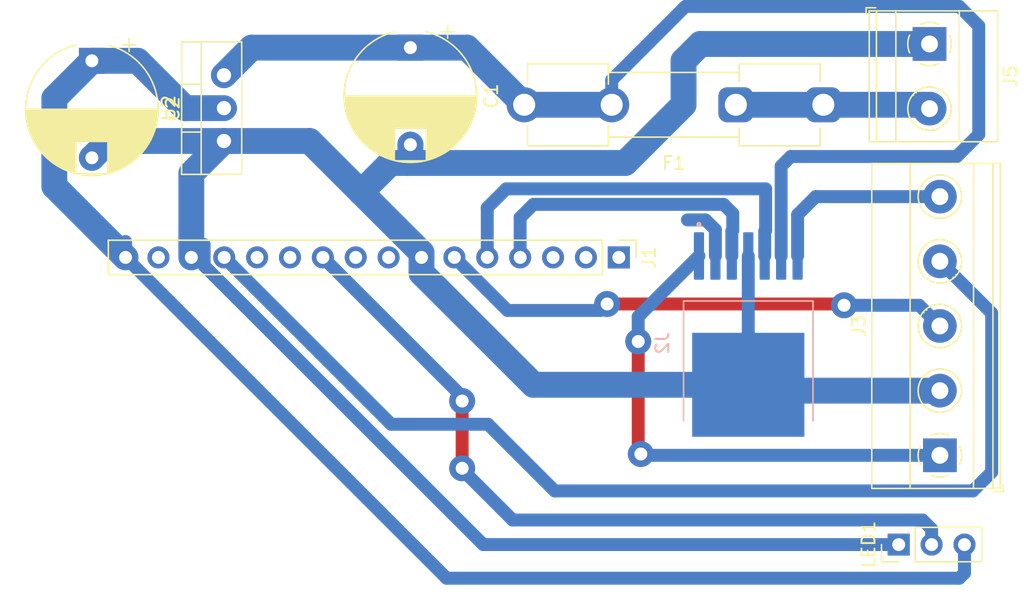
<source format=kicad_pcb>
(kicad_pcb (version 20240108) (generator "pcbnew") (generator_version "8.0")
  (layers (0 "F.Cu" signal) (31 "B.Cu" signal) (34 "B.Paste" user) (35 "F.Paste" user) (36 "B.SilkS" user "B.Silkscreen") (37 "F.SilkS" user "F.Silkscreen") (38 "B.Mask" user) (39 "F.Mask" user) (44 "Edge.Cuts" user))
  (net 0 "")
  (net 1 "Net-(J5-Pin_2)")
  (net 2 "12V")
  (net 3 "IN2")
  (net 6 "IN1")
  (net 10 "GND")
  (net 11 "3V3")
  (net 12 "5V")
  (net 15 "LED")
  (net 17 "POSITION")
  (net 18 "M+")
  (net 19 "FAULT")
  (net 20 "M-")
  (footprint "TerminalBlock_Phoenix:TerminalBlock_Phoenix_MKDS-1,5-2_1x02_P5.00mm_Horizontal" (layer "F.Cu") (at 105.1 15.6 -90)
    (property "Reference" "J5" (at 2.5 -6.26 90) (layer "F.SilkS"))
    (property "Value" "Conn_01x02")
    (pad "1" thru_hole rect (at 0 0 270) (size 2.6 2.6) (drill 1.3) (layers "*.Cu" "*.Mask") (net 10 "GND"))
    (pad "2" thru_hole circle (at 5 0 270) (size 2.6 2.6) (drill 1.3) (layers "*.Cu" "*.Mask") (net 1 "Net-(J5-Pin_2)"))
  )
  (footprint "Connector_PinHeader_2.54mm:PinHeader_1x03_P2.54mm_Vertical" (layer "F.Cu") (at 102.72 54.3 90)
    (property "Reference" "LED1" (at 0 -2.33 270) (layer "F.SilkS"))
    (property "Value" "Conn_01x03")
    (pad "1" thru_hole rect (at 0 0 90) (size 1.7 1.7) (drill 1) (layers "*.Cu" "*.Mask") (net 10 "GND"))
    (pad "2" thru_hole oval (at 0 2.54 90) (size 1.7 1.7) (drill 1) (layers "*.Cu" "*.Mask") (net 15 "LED"))
    (pad "3" thru_hole oval (at 0 5.08 90) (size 1.7 1.7) (drill 1) (layers "*.Cu" "*.Mask") (net 12 "5V"))
  )
  (footprint "Capacitor_THT:CP_Radial_D10.0mm_P7.50mm" (layer "F.Cu") (at 40.4 16.9 -90)
    (property "Reference" "C2" (at 3.75 -6.25 90) (layer "F.SilkS"))
    (property "Value" "C_Polarized")
    (pad "1" thru_hole rect (at 0 0 270) (size 2 2) (drill 1) (layers "*.Cu" "*.Mask") (net 12 "5V"))
    (pad "2" thru_hole circle (at 7.5 0 270) (size 2 2) (drill 1) (layers "*.Cu" "*.Mask") (net 10 "GND"))
  )
  (footprint "Capacitor_THT:CP_Radial_D10.0mm_P7.50mm" (layer "F.Cu") (at 65 15.882323 -90)
    (property "Reference" "C1" (at 3.75 -6.25 90) (layer "F.SilkS"))
    (property "Value" "C_Polarized")
    (pad "1" thru_hole rect (at 0 0 270) (size 2 2) (drill 1) (layers "*.Cu" "*.Mask") (net 2 "12V"))
    (pad "2" thru_hole circle (at 7.5 0 270) (size 2 2) (drill 1) (layers "*.Cu" "*.Mask") (net 10 "GND"))
  )
  (footprint "Connector_PinHeader_2.54mm:PinHeader_1x16_P2.54mm_Vertical" (layer "F.Cu") (at 81.1 32.1 -90)
    (property "Reference" "J1" (at 0 -2.33 90) (layer "F.SilkS"))
    (property "Value" "Conn_01x16")
    (pad "1" thru_hole rect (at 0 0 270) (size 1.7 1.7) (drill 1) (layers "*.Cu" "*.Mask"))
    (pad "2" thru_hole oval (at 0 2.54 270) (size 1.7 1.7) (drill 1) (layers "*.Cu" "*.Mask"))
    (pad "3" thru_hole oval (at 0 5.08 270) (size 1.7 1.7) (drill 1) (layers "*.Cu" "*.Mask"))
    (pad "4" thru_hole oval (at 0 7.62 270) (size 1.7 1.7) (drill 1) (layers "*.Cu" "*.Mask") (net 6 "IN1"))
    (pad "5" thru_hole oval (at 0 10.16 270) (size 1.7 1.7) (drill 1) (layers "*.Cu" "*.Mask") (net 3 "IN2"))
    (pad "6" thru_hole oval (at 0 12.7 270) (size 1.7 1.7) (drill 1) (layers "*.Cu" "*.Mask") (net 17 "POSITION"))
    (pad "7" thru_hole oval (at 0 15.24 270) (size 1.7 1.7) (drill 1) (layers "*.Cu" "*.Mask") (net 10 "GND"))
    (pad "8" thru_hole oval (at 0 17.78 270) (size 1.7 1.7) (drill 1) (layers "*.Cu" "*.Mask"))
    (pad "9" thru_hole oval (at 0 20.32 270) (size 1.7 1.7) (drill 1) (layers "*.Cu" "*.Mask"))
    (pad "10" thru_hole oval (at 0 22.86 270) (size 1.7 1.7) (drill 1) (layers "*.Cu" "*.Mask") (net 15 "LED"))
    (pad "11" thru_hole oval (at 0 25.4 270) (size 1.7 1.7) (drill 1) (layers "*.Cu" "*.Mask"))
    (pad "12" thru_hole oval (at 0 27.94 270) (size 1.7 1.7) (drill 1) (layers "*.Cu" "*.Mask"))
    (pad "13" thru_hole oval (at 0 30.48 270) (size 1.7 1.7) (drill 1) (layers "*.Cu" "*.Mask") (net 11 "3V3"))
    (pad "14" thru_hole oval (at 0 33.02 270) (size 1.7 1.7) (drill 1) (layers "*.Cu" "*.Mask") (net 10 "GND"))
    (pad "15" thru_hole oval (at 0 35.56 270) (size 1.7 1.7) (drill 1) (layers "*.Cu" "*.Mask"))
    (pad "16" thru_hole oval (at 0 38.1 270) (size 1.7 1.7) (drill 1) (layers "*.Cu" "*.Mask") (net 12 "5V"))
  )
  (footprint "Package_TO_SOT_THT:TO-220-3_Vertical" (layer "F.Cu") (at 50.6 23.1 90)
    (property "Reference" "U2" (at 2.54 -4.27 270) (layer "F.SilkS"))
    (property "Value" "LM1117T-5.0")
    (pad "1" thru_hole rect (at 0 0 90) (size 1.905 2) (drill 1.1) (layers "*.Cu" "*.Mask") (net 10 "GND"))
    (pad "2" thru_hole oval (at 2.54 0 90) (size 1.905 2) (drill 1.1) (layers "*.Cu" "*.Mask") (net 12 "5V"))
    (pad "3" thru_hole oval (at 5.08 0 90) (size 1.905 2) (drill 1.1) (layers "*.Cu" "*.Mask") (net 2 "12V"))
  )
  (footprint "Fuse:Fuseholder_Clip-5x20mm_Keystone_3517_Inline_P23.11x6.76mm_D1.70mm_Horizontal" (layer "F.Cu") (at 96.9 20.3 180)
    (property "Reference" "F1" (at 11.555 -4.5 180) (layer "F.SilkS"))
    (property "Value" "Fuse")
    (pad "1" thru_hole roundrect (at 0 0 180) (size 2.7 2.7) (drill 1.7) (layers "*.Cu" "*.Mask") (net 1 "Net-(J5-Pin_2)"))
    (pad "1" thru_hole roundrect (at 6.76 0 180) (size 2.7 2.7) (drill 1.7) (layers "*.Cu" "*.Mask") (net 1 "Net-(J5-Pin_2)"))
    (pad "2" thru_hole circle (at 16.35 0 180) (size 2.7 2.7) (drill 1.7) (layers "*.Cu" "*.Mask") (net 2 "12V"))
    (pad "2" thru_hole circle (at 23.11 0 180) (size 2.7 2.7) (drill 1.7) (layers "*.Cu" "*.Mask") (net 2 "12V"))
  )
  (footprint "TerminalBlock_Phoenix:TerminalBlock_Phoenix_MKDS-1,5-5_1x05_P5.00mm_Horizontal" (layer "F.Cu") (at 105.9 47.4 90)
    (property "Reference" "J3" (at 10 -6.26 270) (layer "F.SilkS"))
    (property "Value" "Conn_01x05")
    (pad "1" thru_hole rect (at 0 0 90) (size 2.6 2.6) (drill 1.3) (layers "*.Cu" "*.Mask") (net 18 "M+"))
    (pad "2" thru_hole circle (at 5 0 90) (size 2.6 2.6) (drill 1.3) (layers "*.Cu" "*.Mask") (net 10 "GND"))
    (pad "3" thru_hole circle (at 10 0 90) (size 2.6 2.6) (drill 1.3) (layers "*.Cu" "*.Mask") (net 17 "POSITION"))
    (pad "4" thru_hole circle (at 15 0 90) (size 2.6 2.6) (drill 1.3) (layers "*.Cu" "*.Mask") (net 11 "3V3"))
    (pad "5" thru_hole circle (at 20 0 90) (size 2.6 2.6) (drill 1.3) (layers "*.Cu" "*.Mask") (net 20 "M-"))
  )
  (footprint "tle5205:DPAK127P1500X440-8N" (layer "B.Cu") (at 91.1 38.0575 -90)
    (property "Reference" "J2" (at 0.675 6.635 90) (layer "B.SilkS") (effects (justify mirror)))
    (property "Value" "Conn_01x08")
    (pad "1" smd roundrect (at -6.07 3.81 270) (size 3.67 0.79) (layers "B.Cu" "B.Paste" "B.Mask") (roundrect_rratio 0.1) (net 18 "M+"))
    (pad "2" smd roundrect (at -6.07 2.54 270) (size 3.67 0.79) (layers "B.Cu" "B.Paste" "B.Mask") (roundrect_rratio 0.1) (net 19 "FAULT"))
    (pad "3" smd roundrect (at -6.07 1.27 270) (size 3.67 0.79) (layers "B.Cu" "B.Paste" "B.Mask") (roundrect_rratio 0.1) (net 6 "IN1"))
    (pad "4" smd roundrect (at -6.07 0 270) (size 3.67 0.79) (layers "B.Cu" "B.Paste" "B.Mask") (roundrect_rratio 0.1) (net 10 "GND"))
    (pad "5" smd roundrect (at -6.07 -1.27 270) (size 3.67 0.79) (layers "B.Cu" "B.Paste" "B.Mask") (roundrect_rratio 0.1) (net 3 "IN2"))
    (pad "6" smd roundrect (at -6.07 -2.54 270) (size 3.67 0.79) (layers "B.Cu" "B.Paste" "B.Mask") (roundrect_rratio 0.1) (net 2 "12V"))
    (pad "7" smd roundrect (at -6.07 -3.81 270) (size 3.67 0.79) (layers "B.Cu" "B.Paste" "B.Mask") (roundrect_rratio 0.1) (net 20 "M-"))
    (pad "8" smd rect (at 3.89 0 270) (size 8.04 8.67) (layers "B.Cu" "B.Mask") (net 10 "GND"))
  )
  (segment (start 90.14 20.3) (end 96.9 20.3) (width 2) (layer "B.Cu") (net 1))
  (segment (start 96.9 20.3) (end 104.8 20.3) (width 2) (layer "B.Cu") (net 1))
  (segment (start 104.8 20.3) (end 105.1 20.6) (width 2) (layer "B.Cu") (net 1))
  (segment (start 107.4 12.7) (end 108.9 14.2) (width 1) (layer "B.Cu") (net 2))
  (segment (start 52.737677 15.882323) (end 50.6 18.02) (width 2) (layer "B.Cu") (net 2))
  (segment (start 107.2 24.3) (end 94.38 24.3) (width 1) (layer "B.Cu") (net 2))
  (segment (start 108.9 22.6) (end 107.2 24.3) (width 1) (layer "B.Cu") (net 2))
  (segment (start 80.55 18.390812) (end 86.240812 12.7) (width 1) (layer "B.Cu") (net 2))
  (segment (start 93.64 25.04) (end 93.64 31.9875) (width 1) (layer "B.Cu") (net 2))
  (segment (start 69.372323 15.882323) (end 73.79 20.3) (width 2) (layer "B.Cu") (net 2))
  (segment (start 65 15.882323) (end 69.372323 15.882323) (width 2) (layer "B.Cu") (net 2))
  (segment (start 80.55 20.3) (end 80.55 18.390812) (width 1) (layer "B.Cu") (net 2))
  (segment (start 65 15.882323) (end 52.737677 15.882323) (width 2) (layer "B.Cu") (net 2))
  (segment (start 86.240812 12.7) (end 107.4 12.7) (width 1) (layer "B.Cu") (net 2))
  (segment (start 80.55 20.3) (end 73.79 20.3) (width 2) (layer "B.Cu") (net 2))
  (segment (start 94.38 24.3) (end 93.64 25.04) (width 1) (layer "B.Cu") (net 2))
  (segment (start 108.9 14.2) (end 108.9 22.6) (width 1) (layer "B.Cu") (net 2))
  (segment (start 70.94 32.1) (end 70.94 28.26) (width 1) (layer "B.Cu") (net 3))
  (segment (start 92.37 30.081638) (end 92.37 31.9875) (width 1) (layer "B.Cu") (net 3))
  (segment (start 72.4 26.8) (end 92.44 26.8) (width 1) (layer "B.Cu") (net 3))
  (segment (start 92.44 30.011638) (end 92.37 30.081638) (width 1) (layer "B.Cu") (net 3))
  (segment (start 70.94 28.26) (end 72.4 26.8) (width 1) (layer "B.Cu") (net 3))
  (segment (start 92.44 26.8) (end 92.44 30.011638) (width 1) (layer "B.Cu") (net 3))
  (segment (start 89.9 28.7) (end 89.9 30.011638) (width 1) (layer "B.Cu") (net 6))
  (segment (start 89.83 30.081638) (end 89.83 31.9875) (width 1) (layer "B.Cu") (net 6))
  (segment (start 89.9 30.011638) (end 89.83 30.081638) (width 1) (layer "B.Cu") (net 6))
  (segment (start 74.5 28) (end 89.2 28) (width 1) (layer "B.Cu") (net 6))
  (segment (start 89.2 28) (end 89.9 28.7) (width 1) (layer "B.Cu") (net 6))
  (segment (start 73.48 32.1) (end 73.48 29.02) (width 1) (layer "B.Cu") (net 6))
  (segment (start 73.48 29.02) (end 74.5 28) (width 1) (layer "B.Cu") (net 6))
  (segment (start 41.7 23.1) (end 40.4 24.4) (width 2) (layer "B.Cu") (net 10))
  (segment (start 63.459138 24.8) (end 61.189138 27.07) (width 2) (layer "B.Cu") (net 10))
  (segment (start 65 23.382323) (end 65 24.6) (width 2) (layer "B.Cu") (net 10))
  (segment (start 65.86 32.1) (end 65.86 33.302081) (width 2) (layer "B.Cu") (net 10))
  (segment (start 64.8 24.8) (end 63.459138 24.8) (width 2) (layer "B.Cu") (net 10))
  (segment (start 48.08 32.1) (end 48.08 25.62) (width 2) (layer "B.Cu") (net 10))
  (segment (start 57.219138 23.1) (end 61.189138 27.07) (width 2) (layer "B.Cu") (net 10))
  (segment (start 48.08 32.1) (end 49.07 31.11) (width 1) (layer "B.Cu") (net 10))
  (segment (start 65.86 32.1) (end 65.86 31.740862) (width 2) (layer "B.Cu") (net 10))
  (segment (start 49.07 32.742032) (end 69.713984 53.386016) (width 1) (layer "B.Cu") (net 10))
  (segment (start 50.6 23.1) (end 41.7 23.1) (width 2) (layer "B.Cu") (net 10))
  (segment (start 81.6 24.8) (end 64.8 24.8) (width 2) (layer "B.Cu") (net 10))
  (segment (start 105.9 42.4) (end 91.5525 42.4) (width 2) (layer "B.Cu") (net 10))
  (segment (start 50.6 23.1) (end 57.219138 23.1) (width 2) (layer "B.Cu") (net 10))
  (segment (start 86.1 16.9) (end 86.1 20.3) (width 2) (layer "B.Cu") (net 10))
  (segment (start 91.1 31.9875) (end 91.1 41.9475) (width 1) (layer "B.Cu") (net 10))
  (segment (start 86.1 20.3) (end 81.6 24.8) (width 2) (layer "B.Cu") (net 10))
  (segment (start 48.08 25.62) (end 50.6 23.1) (width 2) (layer "B.Cu") (net 10))
  (segment (start 102.72 54.3) (end 70.627968 54.3) (width 1) (layer "B.Cu") (net 10))
  (segment (start 70.627968 54.3) (end 69.713984 53.386016) (width 1) (layer "B.Cu") (net 10))
  (segment (start 65.86 31.740862) (end 61.189138 27.07) (width 2) (layer "B.Cu") (net 10))
  (segment (start 87.4 15.6) (end 86.1 16.9) (width 2) (layer "B.Cu") (net 10))
  (segment (start 74.505419 41.9475) (end 91.1 41.9475) (width 2) (layer "B.Cu") (net 10))
  (segment (start 65 24.6) (end 64.8 24.8) (width 2) (layer "B.Cu") (net 10))
  (segment (start 65.86 33.302081) (end 74.505419 41.9475) (width 2) (layer "B.Cu") (net 10))
  (segment (start 91.5525 42.4) (end 91.1 41.9475) (width 2) (layer "B.Cu") (net 10))
  (segment (start 49.07 31.11) (end 49.07 32.742032) (width 1) (layer "B.Cu") (net 10))
  (segment (start 105.1 15.6) (end 87.4 15.6) (width 2) (layer "B.Cu") (net 10))
  (segment (start 108.45 50.15) (end 76.15 50.15) (width 1) (layer "B.Cu") (net 11))
  (segment (start 63.52 45) (end 50.62 32.1) (width 1) (layer "B.Cu") (net 11))
  (segment (start 105.9 32.4) (end 109.9 36.4) (width 1) (layer "B.Cu") (net 11))
  (segment (start 109.9 36.4) (end 109.9 48.7) (width 1) (layer "B.Cu") (net 11))
  (segment (start 76.15 50.15) (end 71 45) (width 1) (layer "B.Cu") (net 11))
  (segment (start 109.9 48.7) (end 108.45 50.15) (width 1) (layer "B.Cu") (net 11))
  (segment (start 71 45) (end 63.52 45) (width 1) (layer "B.Cu") (net 11))
  (segment (start 107.8 54.3) (end 107.8 56.5) (width 1) (layer "B.Cu") (net 12))
  (segment (start 43 32.1) (end 37.5 26.6) (width 2) (layer "B.Cu") (net 12))
  (segment (start 43.94 16.9) (end 40.4 16.9) (width 2) (layer "B.Cu") (net 12))
  (segment (start 67.7 56.8) (end 43 32.1) (width 1) (layer "B.Cu") (net 12))
  (segment (start 67.8 56.9) (end 67.7 56.8) (width 1) (layer "B.Cu") (net 12))
  (segment (start 107.4 56.9) (end 67.8 56.9) (width 1) (layer "B.Cu") (net 12))
  (segment (start 43 32.1) (end 43 30.87) (width 1) (layer "B.Cu") (net 12))
  (segment (start 47.6 20.56) (end 43.94 16.9) (width 2) (layer "B.Cu") (net 12))
  (segment (start 107.8 56.5) (end 107.4 56.9) (width 1) (layer "B.Cu") (net 12))
  (segment (start 37.5 26.6) (end 37.5 19.8) (width 2) (layer "B.Cu") (net 12))
  (segment (start 50.6 20.56) (end 47.6 20.56) (width 2) (layer "B.Cu") (net 12))
  (segment (start 37.5 19.8) (end 40.4 16.9) (width 2) (layer "B.Cu") (net 12))
  (segment (start 69 48.4) (end 69 43.2) (width 1) (layer "F.Cu") (net 15))
  (via (at 69 48.4) (size 2) (drill 1) (layers "F.Cu" "B.Cu") (net 15))
  (via (at 69 43.2) (size 2) (drill 1) (layers "F.Cu" "B.Cu") (net 15))
  (segment (start 105.26 53.097919) (end 104.562081 52.4) (width 1) (layer "B.Cu") (net 15))
  (segment (start 104.562081 52.4) (end 72.9 52.4) (width 1) (layer "B.Cu") (net 15))
  (segment (start 72.9 52.4) (end 69 48.5) (width 1) (layer "B.Cu") (net 15))
  (segment (start 69 48.5) (end 69 48.4) (width 1) (layer "B.Cu") (net 15))
  (segment (start 69 42.86) (end 58.24 32.1) (width 1) (layer "B.Cu") (net 15))
  (segment (start 105.26 54.3) (end 105.26 53.097919) (width 1) (layer "B.Cu") (net 15))
  (segment (start 69 43.2) (end 69 42.86) (width 1) (layer "B.Cu") (net 15))
  (segment (start 69 48.9) (end 69 48.4) (width 1) (layer "B.Cu") (net 15))
  (segment (start 98.4 35.7) (end 98.5 35.8) (width 1) (layer "F.Cu") (net 17))
  (segment (start 80.2 35.7) (end 98.4 35.7) (width 1) (layer "F.Cu") (net 17))
  (via (at 80.2 35.7) (size 2) (drill 1) (layers "F.Cu" "B.Cu") (net 17))
  (via (at 98.5 35.8) (size 2) (drill 1) (layers "F.Cu" "B.Cu") (net 17))
  (segment (start 72.5 36.2) (end 68.4 32.1) (width 1) (layer "B.Cu") (net 17))
  (segment (start 79.7 36.2) (end 72.5 36.2) (width 1) (layer "B.Cu") (net 17))
  (segment (start 98.5 35.8) (end 104.3 35.8) (width 1) (layer "B.Cu") (net 17))
  (segment (start 80.2 35.7) (end 79.7 36.2) (width 1) (layer "B.Cu") (net 17))
  (segment (start 104.3 35.8) (end 105.9 37.4) (width 1) (layer "B.Cu") (net 17))
  (segment (start 82.6 38.6) (end 82.6 47.1) (width 1) (layer "F.Cu") (net 18))
  (segment (start 82.6 47.1) (end 82.8 47.3) (width 1) (layer "F.Cu") (net 18))
  (via (at 82.8 47.3) (size 2) (drill 1) (layers "F.Cu" "B.Cu") (net 18))
  (via (at 82.6 38.6) (size 2) (drill 1) (layers "F.Cu" "B.Cu") (net 18))
  (segment (start 82.6 38.6) (end 82.6 36.6775) (width 1) (layer "B.Cu") (net 18))
  (segment (start 105.9 47.4) (end 82.9 47.4) (width 1) (layer "B.Cu") (net 18))
  (segment (start 82.9 47.4) (end 82.8 47.3) (width 1) (layer "B.Cu") (net 18))
  (segment (start 82.6 36.6775) (end 87.29 31.9875) (width 1) (layer "B.Cu") (net 18))
  (segment (start 88.56 29.96) (end 87.8 29.2) (width 1) (layer "B.Cu") (net 19))
  (segment (start 88.56 31.9875) (end 88.56 29.96) (width 1) (layer "B.Cu") (net 19))
  (segment (start 87.8 29.2) (end 86.4 29.2) (width 1) (layer "B.Cu") (net 19))
  (segment (start 105.9 27.4) (end 96.31 27.4) (width 1) (layer "B.Cu") (net 20))
  (segment (start 94.91 31.9875) (end 94.91 28.8) (width 1) (layer "B.Cu") (net 20))
  (segment (start 96.31 27.4) (end 94.91 28.8) (width 1) (layer "B.Cu") (net 20))
)
</source>
